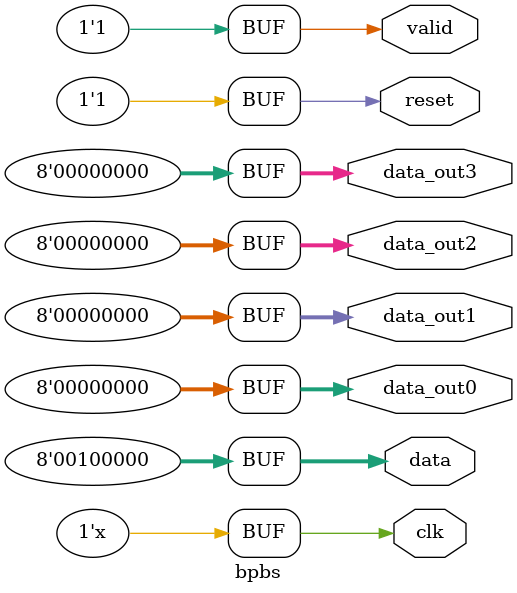
<source format=v>
`include "byte_striping.v"
module bpbs ( output reg clk, reset, valid,
   output reg [7:0] data,
   output reg [7:0] data_out0, data_out1, data_out2, data_out3);

   initial
     begin	
	reset=0;
	clk=0;
	valid=0;
	data <= 8'b00000000;
	data_out0 <= 8'b00000000;
	data_out1 <= 8'b00000000;
	data_out2 <= 8'b00000000;
	data_out3 <= 8'b00000000;
	#15 valid=1;
	#30 reset=1;
	#20 data <= 8'b00000001;
	#20 data <= 8'b00000010;
	#20 data <= 8'b00000100;
	#20 data <= 8'b00001000;
	#20 data <= 8'b00010000;
	#20 data <= 8'b00100000;

     end

   always
     begin
	#5 clk = ~clk;	
	
     end

endmodule

</source>
